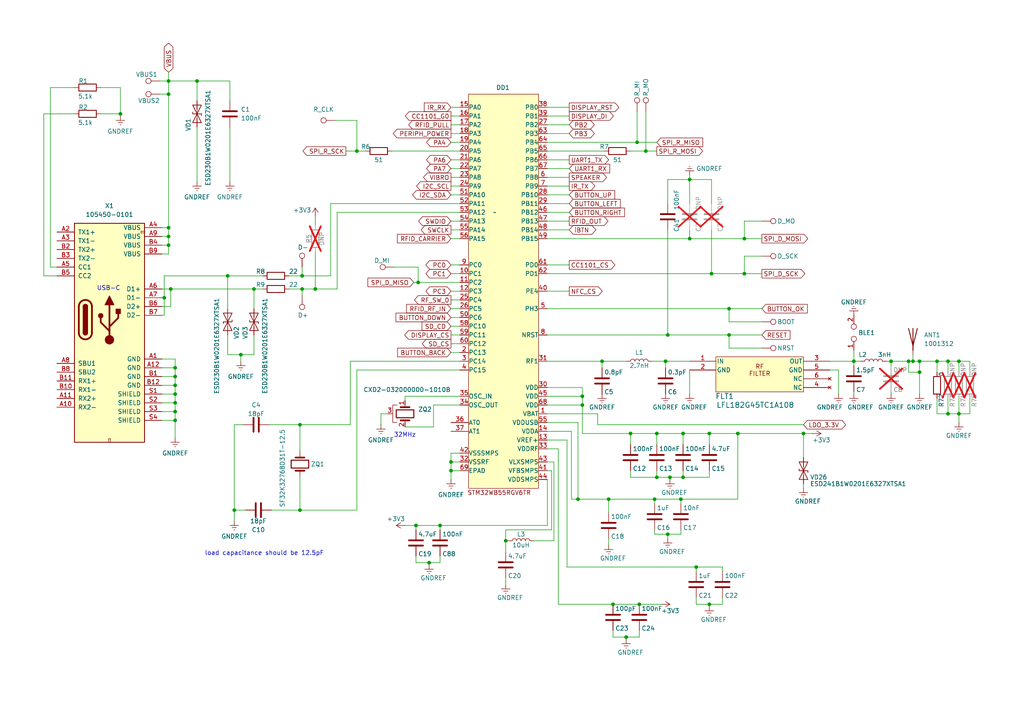
<source format=kicad_sch>
(kicad_sch (version 20230121) (generator eeschema)
  (paper "A4")
  (title_block (title "Flipper Device DIY") (rev "13.F7B9C6") (company "Flipper Devices Inc."))
  (junction (at 200.025 69.215))
  (junction (at 211.455 89.535))
  (junction (at 174.625 104.775))
  (junction (at 213.995 125.73))
  (junction (at 205.74 175.26))
  (junction (at 87.63 83.82))
  (junction (at 185.42 175.26))
  (junction (at 278.13 104.775))
  (junction (at 50.8 116.84))
  (junction (at 67.945 147.955))
  (junction (at 48.895 23.495))
  (junction (at 73.66 83.82))
  (junction (at 48.895 27.305))
  (junction (at 274.955 104.775))
  (junction (at 50.8 109.22))
  (junction (at 50.8 119.38))
  (junction (at 190.5 138.43))
  (junction (at 47.625 86.36))
  (junction (at 190.5 125.73))
  (junction (at 168.91 117.475))
  (junction (at 264.795 104.775))
  (junction (at 193.675 97.155))
  (junction (at 198.12 125.73))
  (junction (at 193.04 104.775))
  (junction (at 189.865 144.78))
  (junction (at 247.65 104.775))
  (junction (at 103.505 43.815))
  (junction (at 176.53 144.78))
  (junction (at 197.485 144.78))
  (junction (at 266.7 107.95))
  (junction (at 215.9 69.215))
  (junction (at 48.895 71.12))
  (junction (at 187.325 43.815))
  (junction (at 168.91 114.935))
  (junction (at 86.995 147.955))
  (junction (at 215.9 79.375))
  (junction (at 258.445 104.775))
  (junction (at 57.15 23.495))
  (junction (at 198.12 138.43))
  (junction (at 130.81 136.525))
  (junction (at 274.955 120.015))
  (junction (at 91.44 83.82))
  (junction (at 66.04 80.01))
  (junction (at 205.74 125.73))
  (junction (at 48.895 66.04))
  (junction (at 181.61 184.785))
  (junction (at 201.93 164.465))
  (junction (at 50.8 121.92))
  (junction (at 194.31 138.43))
  (junction (at 177.8 175.26))
  (junction (at 146.685 156.845))
  (junction (at 167.64 144.78))
  (junction (at 86.995 123.19))
  (junction (at 200.025 52.07))
  (junction (at 130.81 133.985))
  (junction (at 127.635 152.4))
  (junction (at 50.8 111.76))
  (junction (at 278.13 120.015))
  (junction (at 266.7 104.775))
  (junction (at 184.785 41.275))
  (junction (at 69.85 102.87))
  (junction (at 34.925 33.02))
  (junction (at 50.8 114.3))
  (junction (at 121.285 81.915))
  (junction (at 182.88 125.73))
  (junction (at 50.8 106.68))
  (junction (at 206.375 79.375))
  (junction (at 193.675 154.94))
  (junction (at 233.045 125.73))
  (junction (at 124.46 163.195))
  (junction (at 271.78 104.775))
  (junction (at 48.895 68.58))
  (junction (at 263.525 104.775))
  (junction (at 87.63 80.01))
  (junction (at 49.53 83.82))
  (junction (at 211.455 97.155))
  (junction (at 120.65 152.4))
  (wire (pts (xy 95.885 80.01) (xy 95.885 59.055)))
  (wire (pts (xy 184.785 41.275) (xy 190.5 41.275)))
  (wire (pts (xy 211.455 97.155) (xy 193.675 97.155)))
  (wire (pts (xy 206.375 79.375) (xy 215.9 79.375)))
  (wire (pts (xy 278.13 115.57) (xy 278.13 120.015)))
  (wire (pts (xy 201.93 175.26) (xy 205.74 175.26)))
  (wire (pts (xy 266.7 107.95) (xy 266.7 114.3)))
  (wire (pts (xy 243.205 107.315) (xy 243.205 114.3)))
  (wire (pts (xy 73.66 83.82) (xy 76.2 83.82)))
  (wire (pts (xy 66.675 36.83) (xy 66.675 52.705)))
  (wire (pts (xy 50.8 109.22) (xy 50.8 111.76)))
  (wire (pts (xy 57.15 36.83) (xy 57.15 52.705)))
  (wire (pts (xy 97.155 34.925) (xy 103.505 34.925)))
  (wire (pts (xy 200.025 69.215) (xy 215.9 69.215)))
  (wire (pts (xy 69.85 104.775) (xy 69.85 102.87)))
  (wire (pts (xy 177.8 175.26) (xy 185.42 175.26)))
  (wire (pts (xy 158.75 36.195) (xy 165.1 36.195)))
  (wire (pts (xy 184.785 32.385) (xy 184.785 41.275)))
  (wire (pts (xy 187.325 32.385) (xy 187.325 43.815)))
  (wire (pts (xy 95.885 59.055) (xy 133.35 59.055)))
  (wire (pts (xy 50.8 116.84) (xy 50.8 119.38)))
  (wire (pts (xy 120.65 152.4) (xy 127.635 152.4)))
  (wire (pts (xy 205.74 175.26) (xy 209.55 175.26)))
  (wire (pts (xy 97.79 83.82) (xy 91.44 83.82)))
  (wire (pts (xy 130.81 136.525) (xy 133.35 136.525)))
  (wire (pts (xy 158.75 53.975) (xy 165.1 53.975)))
  (wire (pts (xy 258.445 113.665) (xy 258.445 114.3)))
  (wire (pts (xy 146.685 156.845) (xy 146.685 160.02)))
  (wire (pts (xy 193.675 59.055) (xy 193.675 52.07)))
  (wire (pts (xy 194.31 138.43) (xy 198.12 138.43)))
  (wire (pts (xy 158.75 33.655) (xy 165.1 33.655)))
  (wire (pts (xy 182.88 125.73) (xy 190.5 125.73)))
  (wire (pts (xy 14.605 77.47) (xy 16.51 77.47)))
  (wire (pts (xy 206.375 66.675) (xy 206.375 79.375)))
  (wire (pts (xy 158.75 56.515) (xy 165.1 56.515)))
  (wire (pts (xy 247.65 106.045) (xy 247.65 104.775)))
  (wire (pts (xy 274.955 115.57) (xy 274.955 120.015)))
  (wire (pts (xy 158.75 38.735) (xy 165.1 38.735)))
  (wire (pts (xy 103.505 43.815) (xy 106.045 43.815)))
  (wire (pts (xy 46.99 66.04) (xy 48.895 66.04)))
  (wire (pts (xy 167.64 122.555) (xy 167.64 144.78)))
  (wire (pts (xy 198.12 136.525) (xy 198.12 138.43)))
  (wire (pts (xy 130.81 86.995) (xy 133.35 86.995)))
  (wire (pts (xy 220.98 64.135) (xy 215.9 64.135)))
  (wire (pts (xy 182.88 138.43) (xy 190.5 138.43)))
  (wire (pts (xy 158.75 61.595) (xy 165.1 61.595)))
  (wire (pts (xy 67.945 123.19) (xy 67.945 147.955)))
  (wire (pts (xy 29.21 33.02) (xy 34.925 33.02)))
  (wire (pts (xy 127.635 163.195) (xy 127.635 161.29)))
  (wire (pts (xy 211.455 89.535) (xy 220.98 89.535)))
  (wire (pts (xy 48.895 68.58) (xy 48.895 71.12)))
  (wire (pts (xy 21.59 25.4) (xy 14.605 25.4)))
  (wire (pts (xy 247.65 104.775) (xy 240.665 104.775)))
  (wire (pts (xy 103.505 34.925) (xy 103.505 43.815)))
  (wire (pts (xy 34.925 25.4) (xy 34.925 33.02)))
  (wire (pts (xy 158.75 152.4) (xy 127.635 152.4)))
  (wire (pts (xy 168.91 117.475) (xy 158.75 117.475)))
  (wire (pts (xy 205.74 125.73) (xy 213.995 125.73)))
  (wire (pts (xy 146.685 167.64) (xy 146.685 169.545)))
  (wire (pts (xy 66.04 89.535) (xy 66.04 80.01)))
  (wire (pts (xy 73.66 83.82) (xy 49.53 83.82)))
  (wire (pts (xy 264.795 104.775) (xy 266.7 104.775)))
  (wire (pts (xy 247.65 114.3) (xy 247.65 113.665)))
  (wire (pts (xy 193.04 104.775) (xy 193.04 106.68)))
  (wire (pts (xy 271.78 120.015) (xy 274.955 120.015)))
  (wire (pts (xy 274.955 120.015) (xy 278.13 120.015)))
  (wire (pts (xy 158.75 31.115) (xy 165.1 31.115)))
  (wire (pts (xy 113.665 43.815) (xy 133.35 43.815)))
  (wire (pts (xy 110.49 120.015) (xy 110.49 123.19)))
  (wire (pts (xy 130.81 89.535) (xy 133.35 89.535)))
  (wire (pts (xy 182.88 43.815) (xy 187.325 43.815)))
  (wire (pts (xy 46.99 104.14) (xy 50.8 104.14)))
  (wire (pts (xy 177.8 182.88) (xy 177.8 184.785)))
  (wire (pts (xy 49.53 83.82) (xy 46.99 83.82)))
  (wire (pts (xy 21.59 33.02) (xy 12.7 33.02)))
  (wire (pts (xy 130.81 38.735) (xy 133.35 38.735)))
  (wire (pts (xy 164.465 164.465) (xy 201.93 164.465)))
  (wire (pts (xy 205.74 175.26) (xy 205.74 175.895)))
  (wire (pts (xy 73.66 102.87) (xy 69.85 102.87)))
  (wire (pts (xy 101.6 123.19) (xy 86.995 123.19)))
  (wire (pts (xy 130.81 33.655) (xy 133.35 33.655)))
  (wire (pts (xy 46.99 73.66) (xy 48.895 73.66)))
  (wire (pts (xy 193.675 154.94) (xy 189.865 154.94)))
  (wire (pts (xy 200.025 52.07) (xy 206.375 52.07)))
  (wire (pts (xy 200.025 69.215) (xy 158.75 69.215)))
  (wire (pts (xy 46.99 119.38) (xy 50.8 119.38)))
  (wire (pts (xy 264.795 102.87) (xy 264.795 104.775)))
  (wire (pts (xy 50.8 114.3) (xy 50.8 116.84)))
  (wire (pts (xy 200.025 66.675) (xy 200.025 69.215)))
  (wire (pts (xy 158.75 104.775) (xy 174.625 104.775)))
  (wire (pts (xy 213.995 125.73) (xy 233.045 125.73)))
  (wire (pts (xy 193.04 104.775) (xy 200.025 104.775)))
  (wire (pts (xy 50.8 104.14) (xy 50.8 106.68)))
  (wire (pts (xy 130.81 56.515) (xy 133.35 56.515)))
  (wire (pts (xy 47.625 91.44) (xy 46.99 91.44)))
  (wire (pts (xy 46.99 71.12) (xy 48.895 71.12)))
  (wire (pts (xy 133.35 104.775) (xy 101.6 104.775)))
  (wire (pts (xy 161.925 130.175) (xy 161.925 175.26)))
  (wire (pts (xy 271.78 104.775) (xy 274.955 104.775)))
  (wire (pts (xy 158.75 48.895) (xy 165.1 48.895)))
  (wire (pts (xy 133.35 61.595) (xy 97.79 61.595)))
  (wire (pts (xy 101.6 104.775) (xy 101.6 123.19)))
  (wire (pts (xy 176.53 144.78) (xy 189.865 144.78)))
  (wire (pts (xy 73.66 97.155) (xy 73.66 102.87)))
  (wire (pts (xy 201.93 173.355) (xy 201.93 175.26)))
  (wire (pts (xy 158.75 76.835) (xy 165.1 76.835)))
  (wire (pts (xy 47.625 86.36) (xy 47.625 91.44)))
  (wire (pts (xy 67.945 147.955) (xy 71.12 147.955)))
  (wire (pts (xy 271.78 107.95) (xy 271.78 104.775)))
  (wire (pts (xy 66.04 102.87) (xy 69.85 102.87)))
  (wire (pts (xy 121.285 77.47) (xy 121.285 81.915)))
  (wire (pts (xy 205.74 138.43) (xy 205.74 136.525)))
  (wire (pts (xy 185.42 175.26) (xy 191.77 175.26)))
  (wire (pts (xy 194.31 138.43) (xy 194.31 139.065)))
  (wire (pts (xy 198.12 138.43) (xy 205.74 138.43)))
  (wire (pts (xy 91.44 62.865) (xy 91.44 65.405)))
  (wire (pts (xy 66.04 80.01) (xy 76.2 80.01)))
  (wire (pts (xy 103.505 107.315) (xy 103.505 147.955)))
  (wire (pts (xy 91.44 73.025) (xy 91.44 83.82)))
  (wire (pts (xy 66.04 80.01) (xy 47.625 80.01)))
  (wire (pts (xy 130.81 51.435) (xy 133.35 51.435)))
  (wire (pts (xy 158.75 66.675) (xy 165.1 66.675)))
  (wire (pts (xy 165.735 144.78) (xy 167.64 144.78)))
  (wire (pts (xy 130.81 48.895) (xy 133.35 48.895)))
  (wire (pts (xy 47.625 80.01) (xy 47.625 86.36)))
  (wire (pts (xy 187.325 43.815) (xy 190.5 43.815)))
  (wire (pts (xy 215.9 79.375) (xy 220.98 79.375)))
  (wire (pts (xy 220.98 100.965) (xy 211.455 100.965)))
  (wire (pts (xy 158.75 84.455) (xy 165.1 84.455)))
  (wire (pts (xy 67.945 147.955) (xy 67.945 151.13)))
  (wire (pts (xy 48.895 20.955) (xy 48.895 23.495)))
  (wire (pts (xy 158.75 127.635) (xy 164.465 127.635)))
  (wire (pts (xy 87.63 80.01) (xy 95.885 80.01)))
  (wire (pts (xy 112.395 120.015) (xy 110.49 120.015)))
  (wire (pts (xy 14.605 25.4) (xy 14.605 77.47)))
  (wire (pts (xy 160.02 136.525) (xy 160.02 153.67)))
  (wire (pts (xy 258.445 104.775) (xy 257.175 104.775)))
  (wire (pts (xy 86.995 147.955) (xy 86.995 138.43)))
  (wire (pts (xy 160.655 156.845) (xy 160.655 133.985)))
  (wire (pts (xy 174.625 104.775) (xy 174.625 106.68)))
  (wire (pts (xy 146.685 156.845) (xy 147.32 156.845)))
  (wire (pts (xy 48.895 71.12) (xy 48.895 73.66)))
  (wire (pts (xy 120.015 81.915) (xy 121.285 81.915)))
  (wire (pts (xy 176.53 156.21) (xy 176.53 158.115)))
  (wire (pts (xy 211.455 97.155) (xy 220.98 97.155)))
  (wire (pts (xy 201.93 164.465) (xy 209.55 164.465)))
  (wire (pts (xy 130.81 79.375) (xy 133.35 79.375)))
  (wire (pts (xy 190.5 125.73) (xy 198.12 125.73)))
  (wire (pts (xy 12.7 33.02) (xy 12.7 80.01)))
  (wire (pts (xy 48.895 23.495) (xy 48.895 27.305)))
  (wire (pts (xy 130.81 94.615) (xy 133.35 94.615)))
  (wire (pts (xy 78.74 147.955) (xy 86.995 147.955)))
  (wire (pts (xy 274.955 107.95) (xy 274.955 104.775)))
  (wire (pts (xy 146.685 153.67) (xy 146.685 156.845)))
  (wire (pts (xy 130.81 131.445) (xy 130.81 133.985)))
  (wire (pts (xy 189.865 144.78) (xy 189.865 146.05)))
  (wire (pts (xy 133.35 131.445) (xy 130.81 131.445)))
  (wire (pts (xy 154.94 156.845) (xy 160.655 156.845)))
  (wire (pts (xy 130.81 84.455) (xy 133.35 84.455)))
  (wire (pts (xy 198.12 125.73) (xy 198.12 128.905)))
  (wire (pts (xy 274.955 104.775) (xy 278.13 104.775)))
  (wire (pts (xy 209.55 175.26) (xy 209.55 173.355)))
  (wire (pts (xy 117.475 123.825) (xy 125.73 123.825)))
  (wire (pts (xy 117.475 152.4) (xy 120.65 152.4)))
  (wire (pts (xy 197.485 144.78) (xy 213.995 144.78)))
  (wire (pts (xy 130.81 136.525) (xy 130.81 139.065)))
  (wire (pts (xy 173.355 123.19) (xy 233.045 123.19)))
  (wire (pts (xy 158.75 125.095) (xy 165.735 125.095)))
  (wire (pts (xy 167.64 144.78) (xy 176.53 144.78)))
  (wire (pts (xy 12.7 80.01) (xy 16.51 80.01)))
  (wire (pts (xy 46.99 114.3) (xy 50.8 114.3)))
  (wire (pts (xy 158.75 122.555) (xy 167.64 122.555)))
  (wire (pts (xy 213.995 144.78) (xy 213.995 125.73)))
  (wire (pts (xy 197.485 144.78) (xy 197.485 146.05)))
  (wire (pts (xy 91.44 83.82) (xy 87.63 83.82)))
  (wire (pts (xy 278.13 107.95) (xy 278.13 104.775)))
  (wire (pts (xy 174.625 104.775) (xy 181.61 104.775)))
  (wire (pts (xy 87.63 77.47) (xy 87.63 80.01)))
  (wire (pts (xy 193.675 66.675) (xy 193.675 97.155)))
  (wire (pts (xy 46.99 111.76) (xy 50.8 111.76)))
  (wire (pts (xy 130.81 97.155) (xy 133.35 97.155)))
  (wire (pts (xy 130.81 92.075) (xy 133.35 92.075)))
  (wire (pts (xy 87.63 83.82) (xy 87.63 85.725)))
  (wire (pts (xy 130.81 41.275) (xy 133.35 41.275)))
  (wire (pts (xy 197.485 153.67) (xy 197.485 154.94)))
  (wire (pts (xy 197.485 154.94) (xy 193.675 154.94)))
  (wire (pts (xy 205.74 125.73) (xy 205.74 128.905)))
  (wire (pts (xy 66.04 97.155) (xy 66.04 102.87)))
  (wire (pts (xy 215.9 74.295) (xy 215.9 79.375)))
  (wire (pts (xy 158.75 139.065) (xy 158.75 152.4)))
  (wire (pts (xy 281.305 107.95) (xy 281.305 104.775)))
  (wire (pts (xy 46.355 23.495) (xy 48.895 23.495)))
  (wire (pts (xy 46.99 109.22) (xy 50.8 109.22)))
  (wire (pts (xy 168.91 114.935) (xy 168.91 117.475)))
  (wire (pts (xy 168.91 125.73) (xy 182.88 125.73)))
  (wire (pts (xy 83.82 80.01) (xy 87.63 80.01)))
  (wire (pts (xy 87.63 83.82) (xy 83.82 83.82)))
  (wire (pts (xy 193.675 154.94) (xy 193.675 156.21)))
  (wire (pts (xy 190.5 125.73) (xy 190.5 128.905)))
  (wire (pts (xy 57.15 23.495) (xy 57.15 29.21)))
  (wire (pts (xy 130.81 66.675) (xy 133.35 66.675)))
  (wire (pts (xy 215.9 69.215) (xy 220.98 69.215)))
  (wire (pts (xy 133.35 107.315) (xy 103.505 107.315)))
  (wire (pts (xy 247.65 101.6) (xy 247.65 104.775)))
  (wire (pts (xy 46.355 27.305) (xy 48.895 27.305)))
  (wire (pts (xy 220.98 74.295) (xy 215.9 74.295)))
  (wire (pts (xy 158.75 112.395) (xy 168.91 112.395)))
  (wire (pts (xy 182.88 136.525) (xy 182.88 138.43)))
  (wire (pts (xy 266.7 104.775) (xy 271.78 104.775)))
  (wire (pts (xy 200.025 107.315) (xy 200.025 114.3)))
  (wire (pts (xy 258.445 106.045) (xy 258.445 104.775)))
  (wire (pts (xy 181.61 184.785) (xy 185.42 184.785)))
  (wire (pts (xy 97.79 61.595) (xy 97.79 83.82)))
  (wire (pts (xy 158.75 120.015) (xy 173.355 120.015)))
  (wire (pts (xy 29.21 25.4) (xy 34.925 25.4)))
  (wire (pts (xy 50.8 106.68) (xy 50.8 109.22)))
  (wire (pts (xy 189.865 153.67) (xy 189.865 154.94)))
  (wire (pts (xy 48.895 27.305) (xy 48.895 66.04)))
  (wire (pts (xy 211.455 93.345) (xy 211.455 89.535)))
  (wire (pts (xy 66.675 23.495) (xy 57.15 23.495)))
  (wire (pts (xy 158.75 46.355) (xy 165.1 46.355)))
  (wire (pts (xy 233.045 125.73) (xy 235.585 125.73)))
  (wire (pts (xy 46.99 106.68) (xy 50.8 106.68)))
  (wire (pts (xy 189.865 144.78) (xy 197.485 144.78)))
  (wire (pts (xy 67.945 123.19) (xy 70.485 123.19)))
  (wire (pts (xy 50.8 119.38) (xy 50.8 121.92)))
  (wire (pts (xy 158.75 136.525) (xy 160.02 136.525)))
  (wire (pts (xy 200.025 50.8) (xy 200.025 52.07)))
  (wire (pts (xy 130.81 46.355) (xy 133.35 46.355)))
  (wire (pts (xy 78.105 123.19) (xy 86.995 123.19)))
  (wire (pts (xy 158.75 64.135) (xy 165.1 64.135)))
  (wire (pts (xy 120.65 153.67) (xy 120.65 152.4)))
  (wire (pts (xy 198.12 125.73) (xy 205.74 125.73)))
  (wire (pts (xy 130.81 133.985) (xy 130.81 136.525)))
  (wire (pts (xy 158.75 43.815) (xy 175.26 43.815)))
  (wire (pts (xy 263.525 104.775) (xy 264.795 104.775)))
  (wire (pts (xy 181.61 184.785) (xy 181.61 185.42)))
  (wire (pts (xy 127.635 152.4) (xy 127.635 153.67)))
  (wire (pts (xy 193.675 52.07) (xy 200.025 52.07)))
  (wire (pts (xy 278.13 120.015) (xy 281.305 120.015)))
  (wire (pts (xy 281.305 120.015) (xy 281.305 115.57)))
  (wire (pts (xy 73.66 89.535) (xy 73.66 83.82)))
  (wire (pts (xy 176.53 144.78) (xy 176.53 148.59)))
  (wire (pts (xy 130.81 69.215) (xy 133.35 69.215)))
  (wire (pts (xy 114.3 77.47) (xy 121.285 77.47)))
  (wire (pts (xy 50.8 111.76) (xy 50.8 114.3)))
  (wire (pts (xy 48.895 23.495) (xy 57.15 23.495)))
  (wire (pts (xy 130.81 64.135) (xy 133.35 64.135)))
  (wire (pts (xy 220.98 93.345) (xy 211.455 93.345)))
  (wire (pts (xy 124.46 163.195) (xy 127.635 163.195)))
  (wire (pts (xy 233.045 125.73) (xy 233.045 132.715)))
  (wire (pts (xy 158.75 89.535) (xy 211.455 89.535)))
  (wire (pts (xy 130.81 31.115) (xy 133.35 31.115)))
  (wire (pts (xy 117.475 116.205) (xy 117.475 114.935)))
  (wire (pts (xy 130.81 102.235) (xy 133.35 102.235)))
  (wire (pts (xy 168.91 117.475) (xy 168.91 125.73)))
  (wire (pts (xy 278.13 120.015) (xy 278.13 122.555)))
  (wire (pts (xy 124.46 163.195) (xy 124.46 163.83)))
  (wire (pts (xy 125.73 123.825) (xy 125.73 117.475)))
  (wire (pts (xy 281.305 104.775) (xy 278.13 104.775)))
  (wire (pts (xy 117.475 114.935) (xy 133.35 114.935)))
  (wire (pts (xy 190.5 136.525) (xy 190.5 138.43)))
  (wire (pts (xy 209.55 165.735) (xy 209.55 164.465)))
  (wire (pts (xy 120.65 163.195) (xy 124.46 163.195)))
  (wire (pts (xy 201.93 164.465) (xy 201.93 165.735)))
  (wire (pts (xy 46.99 116.84) (xy 50.8 116.84)))
  (wire (pts (xy 130.81 53.975) (xy 133.35 53.975)))
  (wire (pts (xy 49.53 88.9) (xy 49.53 83.82)))
  (wire (pts (xy 271.78 115.57) (xy 271.78 120.015)))
  (wire (pts (xy 120.65 161.29) (xy 120.65 163.195)))
  (wire (pts (xy 160.02 153.67) (xy 146.685 153.67)))
  (wire (pts (xy 46.99 68.58) (xy 48.895 68.58)))
  (wire (pts (xy 211.455 97.155) (xy 211.455 100.965)))
  (wire (pts (xy 66.675 29.21) (xy 66.675 23.495)))
  (wire (pts (xy 240.665 107.315) (xy 243.205 107.315)))
  (wire (pts (xy 168.91 112.395) (xy 168.91 114.935)))
  (wire (pts (xy 158.75 59.055) (xy 165.1 59.055)))
  (wire (pts (xy 130.81 99.695) (xy 133.35 99.695)))
  (wire (pts (xy 165.735 125.095) (xy 165.735 144.78)))
  (wire (pts (xy 130.81 36.195) (xy 133.35 36.195)))
  (wire (pts (xy 34.925 33.02) (xy 34.925 33.655)))
  (wire (pts (xy 130.81 76.835) (xy 133.35 76.835)))
  (wire (pts (xy 46.99 86.36) (xy 47.625 86.36)))
  (wire (pts (xy 100.33 43.815) (xy 103.505 43.815)))
  (wire (pts (xy 161.925 175.26) (xy 177.8 175.26)))
  (wire (pts (xy 190.5 138.43) (xy 194.31 138.43)))
  (wire (pts (xy 177.8 184.785) (xy 181.61 184.785)))
  (wire (pts (xy 130.81 133.985) (xy 133.35 133.985)))
  (wire (pts (xy 233.045 140.335) (xy 233.045 141.605)))
  (wire (pts (xy 182.88 125.73) (xy 182.88 128.905)))
  (wire (pts (xy 158.75 130.175) (xy 161.925 130.175)))
  (wire (pts (xy 185.42 184.785) (xy 185.42 182.88)))
  (wire (pts (xy 189.23 104.775) (xy 193.04 104.775)))
  (wire (pts (xy 48.895 66.04) (xy 48.895 68.58)))
  (wire (pts (xy 173.355 120.015) (xy 173.355 123.19)))
  (wire (pts (xy 263.525 104.775) (xy 263.525 107.95)))
  (wire (pts (xy 46.99 121.92) (xy 50.8 121.92)))
  (wire (pts (xy 46.99 88.9) (xy 49.53 88.9)))
  (wire (pts (xy 193.675 97.155) (xy 158.75 97.155)))
  (wire (pts (xy 103.505 147.955) (xy 86.995 147.955)))
  (wire (pts (xy 158.75 79.375) (xy 206.375 79.375)))
  (wire (pts (xy 125.73 117.475) (xy 133.35 117.475)))
  (wire (pts (xy 158.75 114.935) (xy 168.91 114.935)))
  (wire (pts (xy 86.995 123.19) (xy 86.995 130.81)))
  (wire (pts (xy 266.7 107.95) (xy 266.7 104.775)))
  (wire (pts (xy 158.75 51.435) (xy 165.1 51.435)))
  (wire (pts (xy 164.465 127.635) (xy 164.465 164.465)))
  (wire (pts (xy 206.375 52.07) (xy 206.375 59.055)))
  (wire (pts (xy 247.65 104.775) (xy 249.555 104.775)))
  (wire (pts (xy 263.525 104.775) (xy 258.445 104.775)))
  (wire (pts (xy 158.75 41.275) (xy 184.785 41.275)))
  (wire (pts (xy 215.9 64.135) (xy 215.9 69.215)))
  (wire (pts (xy 50.8 121.92) (xy 50.8 127)))
  (wire (pts (xy 263.525 107.95) (xy 266.7 107.95)))
  (wire (pts (xy 200.025 52.07) (xy 200.025 59.055)))
  (wire (pts (xy 121.285 81.915) (xy 133.35 81.915)))
  (wire (pts (xy 160.655 133.985) (xy 158.75 133.985)))
  (text "load capacitance should be 12.5pF" (at 93.98 161.29 0) (effects (font (size 1.27 1.27)) (justify right bottom)))
  (text "32MHz" (at 120.65 127 0) (effects (font (size 1.27 1.27)) (justify right bottom)))
  (text "USB-C" (at 34.925 84.455 0) (effects (font (size 1.27 1.27)) (justify right bottom)))
  (global_label "RFID_OUT" (shape output) (at 165.1 64.135 0) (property "Intersheetrefs" "${INTERSHEET_REFS}" (effects hide)))
  (global_label "PA7" (shape bidirectional) (at 130.81 48.895 180) (property "Intersheetrefs" "${INTERSHEET_REFS}" (effects hide)))
  (global_label "NFC_CS" (shape output) (at 165.1 84.455 0) (property "Intersheetrefs" "${INTERSHEET_REFS}" (effects hide)))
  (global_label "PERIPH_POWER" (shape output) (at 130.81 38.735 180) (property "Intersheetrefs" "${INTERSHEET_REFS}" (effects hide)))
  (global_label "PB2" (shape bidirectional) (at 165.1 36.195 0) (property "Intersheetrefs" "${INTERSHEET_REFS}" (effects hide)))
  (global_label "iBTN" (shape bidirectional) (at 165.1 66.675 0) (property "Intersheetrefs" "${INTERSHEET_REFS}" (effects hide)))
  (global_label "SPI_D_SCK" (shape output) (at 220.98 79.375 0) (property "Intersheetrefs" "${INTERSHEET_REFS}" (effects hide)))
  (global_label "SPI_R_MOSI" (shape output) (at 190.5 43.815 0) (property "Intersheetrefs" "${INTERSHEET_REFS}" (effects hide)))
  (global_label "SWDIO" (shape bidirectional) (at 130.81 64.135 180) (property "Intersheetrefs" "${INTERSHEET_REFS}" (effects hide)))
  (global_label "SD_CS" (shape output) (at 130.81 99.695 180) (property "Intersheetrefs" "${INTERSHEET_REFS}" (effects hide)))
  (global_label "RFID_CARRIER" (shape input) (at 130.81 69.215 180) (property "Intersheetrefs" "${INTERSHEET_REFS}" (effects hide)))
  (global_label "PA6" (shape bidirectional) (at 130.81 46.355 180) (property "Intersheetrefs" "${INTERSHEET_REFS}" (effects hide)))
  (global_label "LDO_3.3V" (shape bidirectional) (at 233.045 123.19 0) (property "Intersheetrefs" "${INTERSHEET_REFS}" (effects hide)))
  (global_label "BUTTON_BACK" (shape input) (at 130.81 102.235 180) (property "Intersheetrefs" "${INTERSHEET_REFS}" (effects hide)))
  (global_label "SD_CD" (shape input) (at 130.81 94.615 180) (property "Intersheetrefs" "${INTERSHEET_REFS}" (effects hide)))
  (global_label "CC1101_G0" (shape output) (at 130.81 33.655 180) (property "Intersheetrefs" "${INTERSHEET_REFS}" (effects hide)))
  (global_label "I2C_SDA" (shape bidirectional) (at 130.81 56.515 180) (property "Intersheetrefs" "${INTERSHEET_REFS}" (effects hide)))
  (global_label "PC0" (shape bidirectional) (at 130.81 76.835 180) (property "Intersheetrefs" "${INTERSHEET_REFS}" (effects hide)))
  (global_label "SWCLK" (shape output) (at 130.81 66.675 180) (property "Intersheetrefs" "${INTERSHEET_REFS}" (effects hide)))
  (global_label "RF_SW_0" (shape output) (at 130.81 86.995 180) (property "Intersheetrefs" "${INTERSHEET_REFS}" (effects hide)))
  (global_label "SPI_D_MOSI" (shape output) (at 220.98 69.215 0) (property "Intersheetrefs" "${INTERSHEET_REFS}" (effects hide)))
  (global_label "PB3" (shape bidirectional) (at 165.1 38.735 0) (property "Intersheetrefs" "${INTERSHEET_REFS}" (effects hide)))
  (global_label "PC3" (shape bidirectional) (at 130.81 84.455 180) (property "Intersheetrefs" "${INTERSHEET_REFS}" (effects hide)))
  (global_label "SPI_R_MISO" (shape input) (at 190.5 41.275 0) (property "Intersheetrefs" "${INTERSHEET_REFS}" (effects hide)))
  (global_label "UART1_TX" (shape output) (at 165.1 46.355 0) (property "Intersheetrefs" "${INTERSHEET_REFS}" (effects hide)))
  (global_label "BUTTON_RIGHT" (shape input) (at 165.1 61.595 0) (property "Intersheetrefs" "${INTERSHEET_REFS}" (effects hide)))
  (global_label "SPEAKER" (shape output) (at 165.1 51.435 0) (property "Intersheetrefs" "${INTERSHEET_REFS}" (effects hide)))
  (global_label "BUTTON_LEFT" (shape input) (at 165.1 59.055 0) (property "Intersheetrefs" "${INTERSHEET_REFS}" (effects hide)))
  (global_label "BUTTON_UP" (shape input) (at 165.1 56.515 0) (property "Intersheetrefs" "${INTERSHEET_REFS}" (effects hide)))
  (global_label "IR_RX" (shape input) (at 130.81 31.115 180) (property "Intersheetrefs" "${INTERSHEET_REFS}" (effects hide)))
  (global_label "I2C_SCL" (shape output) (at 130.81 53.975 180) (property "Intersheetrefs" "${INTERSHEET_REFS}" (effects hide)))
  (global_label "SPI_D_MISO" (shape input) (at 120.015 81.915 180) (property "Intersheetrefs" "${INTERSHEET_REFS}" (effects hide)))
  (global_label "RFID_PULL" (shape output) (at 130.81 36.195 180) (property "Intersheetrefs" "${INTERSHEET_REFS}" (effects hide)))
  (global_label "UART1_RX" (shape input) (at 165.1 48.895 0) (property "Intersheetrefs" "${INTERSHEET_REFS}" (effects hide)))
  (global_label "RFID_RF_IN" (shape input) (at 130.81 89.535 180) (property "Intersheetrefs" "${INTERSHEET_REFS}" (effects hide)))
  (global_label "DISPLAY_DI" (shape output) (at 165.1 33.655 0) (property "Intersheetrefs" "${INTERSHEET_REFS}" (effects hide)))
  (global_label "PA4" (shape bidirectional) (at 130.81 41.275 180) (property "Intersheetrefs" "${INTERSHEET_REFS}" (effects hide)))
  (global_label "BUTTON_DOWN" (shape input) (at 130.81 92.075 180) (property "Intersheetrefs" "${INTERSHEET_REFS}" (effects hide)))
  (global_label "CC1101_CS" (shape output) (at 165.1 76.835 0) (property "Intersheetrefs" "${INTERSHEET_REFS}" (effects hide)))
  (global_label "DISPLAY_RST" (shape output) (at 165.1 31.115 0) (property "Intersheetrefs" "${INTERSHEET_REFS}" (effects hide)))
  (global_label "SPI_R_SCK" (shape output) (at 100.33 43.815 180) (property "Intersheetrefs" "${INTERSHEET_REFS}" (effects hide)))
  (global_label "PC1" (shape bidirectional) (at 130.81 79.375 180) (property "Intersheetrefs" "${INTERSHEET_REFS}" (effects hide)))
  (global_label "RESET" (shape input) (at 220.98 97.155 0) (property "Intersheetrefs" "${INTERSHEET_REFS}" (effects hide)))
  (global_label "IR_TX" (shape output) (at 165.1 53.975 0) (property "Intersheetrefs" "${INTERSHEET_REFS}" (effects hide)))
  (global_label "BUTTON_OK" (shape input) (at 220.98 89.535 0) (property "Intersheetrefs" "${INTERSHEET_REFS}" (effects hide)))
  (global_label "VIBRO" (shape output) (at 130.81 51.435 180) (property "Intersheetrefs" "${INTERSHEET_REFS}" (effects hide)))
  (global_label "VBUS" (shape bidirectional) (at 48.895 20.955 90) (property "Intersheetrefs" "${INTERSHEET_REFS}" (effects hide)))
  (global_label "DISPLAY_CS" (shape output) (at 130.81 97.155 180) (property "Intersheetrefs" "${INTERSHEET_REFS}" (effects hide)))
  (symbol (lib_id "Connector:TestPoint") (at 184.785 32.385 0) (unit 1)
    (property "Reference" "TP46" (effects hide))
    (property "Value" "R_MI" (at 184.785 27.94 90) (effects (justify left)))
    (property "Footprint" "TestPoint:TestPoint_Pad_1.0x1.0mm" (effects hide))
  )
  (symbol (lib_id "Device:L") (at 185.42 104.775 90) (unit 1)
    (property "Reference" "L1" (at 185.42 102.235 90))
    (property "Value" "2.7nH" (at 185.42 106.045 90))
    (property "Footprint" "Inductor_SMD:L_0402_1005Metric" (effects hide))
  )
  (symbol (lib_id "power:GNDREF") (at 193.675 156.21 0) (unit 1)
    (property "Reference" "#PWR072" (effects hide))
    (property "Value" "GNDREF" (at 194.945 160.02 0))
  )
  (symbol (lib_id "power:+3V3") (at 91.44 62.865 0) (unit 1)
    (property "Reference" "#PWR010" (effects hide))
    (property "Value" "+3V3" (at 87.63 60.96 0))
    (instances (project "Flipper_Zero_DIY" (path "" (reference "#PWR010") (unit 1)) (path "" (reference "#PWR055") (unit 1))))
  )
  (symbol (lib_id "power:GNDREF") (at 181.61 185.42 0) (unit 1)
    (property "Reference" "#PWR075" (effects hide))
    (property "Value" "GNDREF" (at 182.88 189.23 0))
  )
  (symbol (lib_id "power:+3V3") (at 235.585 125.73 270) (unit 1)
    (property "Reference" "#PWR070" (effects hide))
    (property "Value" "+3V3" (at 235.585 127.635 90) (effects (justify left)))
  )
  (symbol (lib_id "Device:R") (at 25.4 25.4 90) (unit 1)
    (property "Reference" "R1" (at 24.13 23.495 90))
    (property "Value" "5.1k" (at 24.765 27.94 90))
    (property "Footprint" "Resistor_SMD:R_0402_1005Metric" (effects hide))
  )
  (symbol (lib_id "Device:R") (at 278.13 111.76 0) (unit 1) (dnp yes)
    (property "Reference" "R74" (at 279.4 118.11 90) (effects (justify left)))
    (property "Value" "DNP" (at 279.4 109.22 90) (effects (justify left)))
    (property "Footprint" "Resistor_SMD:R_0402_1005Metric" (effects hide))
  )
  (symbol (lib_id "power:GNDREF") (at 66.675 52.705 0) (unit 1)
    (property "Reference" "#PWR053" (effects hide))
    (property "Value" "GNDREF" (at 66.675 57.15 0))
  )
  (symbol (lib_id "Connector:TestPoint") (at 46.355 27.305 90) (unit 1)
    (property "Reference" "TP42" (effects hide))
    (property "Value" "VBUS2" (at 43.18 29.21 90))
    (property "Footprint" "TestPoint:TestPoint_Pad_1.0x1.0mm" (effects hide))
  )
  (symbol (lib_id "Connector:TestPoint") (at 220.98 100.965 270) (unit 1)
    (property "Reference" "TP51" (effects hide))
    (property "Value" "NRST" (at 225.425 100.965 90) (effects (justify left)))
    (property "Footprint" "TestPoint:TestPoint_Pad_1.0x1.0mm" (effects hide))
  )
  (symbol (lib_id "Device:Crystal_GND3") (at 117.475 120.015 270) (unit 1)
    (property "Reference" "ZQ2" (at 121.285 118.745 90) (effects (justify left)))
    (property "Value" "CXD2-032000000-1010B" (at 105.41 113.03 90) (effects (justify left)))
    (property "Footprint" "Crystal:Crystal_SMD_2520-4Pin_2.5x2.0mm" (effects hide))
    (property "description" "Crystals 32MHz" (effects hide))
  )
  (symbol (lib_id "Device:C") (at 247.65 109.855 0) (unit 1)
    (property "Reference" "C7" (at 248.285 113.03 0) (effects (justify left)))
    (property "Value" "1.5pF" (at 248.285 107.315 0) (effects (justify left)))
    (property "Footprint" "Capacitor_SMD:C_0201_0603Metric" (effects hide))
  )
  (symbol (lib_id "Connector:TestPoint") (at 97.155 34.925 90) (unit 1)
    (property "Reference" "TP40" (effects hide))
    (property "Value" "R_CLK" (at 93.853 31.75 90))
    (property "Footprint" "TestPoint:TestPoint_Pad_1.0x1.0mm" (effects hide))
  )
  (symbol (lib_id "power:GNDREF") (at 247.65 114.3 0) (unit 1)
    (property "Reference" "#PWR065" (effects hide))
    (property "Value" "GNDREF" (at 249.555 118.11 0))
  )
  (symbol (lib_id "Connector:TestPoint") (at 46.355 23.495 90) (unit 1)
    (property "Reference" "TP41" (effects hide))
    (property "Value" "VBUS1" (at 42.545 21.59 90))
    (property "Footprint" "TestPoint:TestPoint_Pad_1.0x1.0mm" (effects hide))
  )
  (symbol (lib_id "Device:C") (at 120.65 157.48 0) (unit 1)
    (property "Reference" "C19" (at 121.285 160.655 0) (effects (justify left)))
    (property "Value" "4.7uF" (at 121.285 154.94 0) (effects (justify left)))
    (property "Footprint" "Capacitor_SMD:C_0402_1005Metric" (effects hide))
  )
  (symbol (lib_id "Device:R") (at 271.78 111.76 0) (unit 1)
    (property "Reference" "R72" (at 273.05 118.11 90) (effects (justify left)))
    (property "Value" "0" (at 273.05 109.22 90) (effects (justify left)))
    (property "Footprint" "Resistor_SMD:R_0402_1005Metric" (effects hide))
  )
  (symbol (lib_id "Device:C") (at 200.025 62.865 0) (unit 1) (dnp yes)
    (property "Reference" "C2" (at 202.565 67.31 90) (effects (justify left)))
    (property "Value" "DNP" (at 202.565 60.96 90) (effects (justify left)))
    (property "Footprint" "Capacitor_SMD:C_0402_1005Metric" (effects hide))
  )
  (symbol (lib_id "power:GNDREF") (at 200.025 50.8 180) (unit 1)
    (property "Reference" "#PWR059" (effects hide))
    (property "Value" "GNDREF" (at 205.74 48.895 0))
  )
  (symbol (lib_id "Device:C") (at 74.295 123.19 90) (unit 1)
    (property "Reference" "C4" (at 74.295 117.475 90))
    (property "Value" "18pF" (at 74.295 120.015 90))
    (property "Footprint" "Capacitor_SMD:C_0402_1005Metric" (effects hide))
  )
  (symbol (lib_id "Connector:TestPoint_2Pole") (at 247.65 96.52 90) (unit 1)
    (property "Reference" "TP52" (effects hide))
    (property "Value" "BLE1" (at 248.92 96.52 90) (effects (justify right)))
    (property "Footprint" "footprints:2_TEST_PIN_1.35mm_pitch" (effects hide))
    (property "description" "Testpoint Signal-Ground, Pitch 1.35mm" (effects hide))
  )
  (symbol (lib_id "Device:R") (at 80.01 80.01 90) (unit 1)
    (property "Reference" "R8" (at 75.565 78.74 90))
    (property "Value" "22" (at 85.09 78.74 90))
    (property "Footprint" "Resistor_SMD:R_0402_1005Metric" (effects hide))
  )
  (symbol (lib_id "Device:L") (at 151.13 156.845 90) (unit 1)
    (property "Reference" "L3" (at 151.13 154.94 90))
    (property "Value" "10uH" (at 151.13 158.115 90))
    (property "Footprint" "Inductor_SMD:L_0805_2012Metric" (effects hide))
  )
  (symbol (lib_id "Device:C") (at 198.12 132.715 0) (unit 1)
    (property "Reference" "C14" (at 198.755 135.89 0) (effects (justify left)))
    (property "Value" "100nF" (at 198.755 130.175 0) (effects (justify left)))
    (property "Footprint" "Capacitor_SMD:C_0402_1005Metric" (effects hide))
  )
  (symbol (lib_id "power:GNDREF") (at 110.49 123.19 0) (unit 1)
    (property "Reference" "#PWR057" (effects hide))
    (property "Value" "GNDREF" (at 110.49 127.635 0))
  )
  (symbol (lib_id "Device:C") (at 193.675 62.865 0) (unit 1)
    (property "Reference" "C41" (at 196.215 67.31 90) (effects (justify left)))
    (property "Value" "100nF" (at 196.215 60.96 90) (effects (justify left)))
    (property "Footprint" "Capacitor_SMD:C_0402_1005Metric" (effects hide))
  )
  (symbol (lib_id "Device:C") (at 174.625 110.49 0) (unit 1)
    (property "Reference" "C5" (at 175.26 113.665 0) (effects (justify left)))
    (property "Value" "0.8pF" (at 175.26 107.95 0) (effects (justify left)))
    (property "Footprint" "Capacitor_SMD:C_0402_1005Metric" (effects hide))
  )
  (symbol (lib_id "Connector:TestPoint") (at 187.325 32.385 0) (unit 1)
    (property "Reference" "TP47" (effects hide))
    (property "Value" "R_MO" (at 187.325 27.94 90) (effects (justify left)))
    (property "Footprint" "TestPoint:TestPoint_Pad_1.0x1.0mm" (effects hide))
  )
  (symbol (lib_id "power:GNDREF") (at 233.045 141.605 0) (unit 1)
    (property "Reference" "#PWR069" (effects hide))
    (property "Value" "GNDREF" (at 234.315 145.415 0))
  )
  (symbol (lib_id "Connector:USB_C_Plug") (at 31.75 92.71 0) (unit 1)
    (property "Reference" "X1" (at 31.75 59.69 0))
    (property "Value" "105450-0101" (at 31.75 62.23 0))
    (property "Footprint" "footprints:CONN_105450-0101_MOL" (effects hide))
    (property "Datasheet" "https://www.usb.org/sites/default/files/documents/usb_type-c.zip" (effects hide))
  )
  (symbol (lib_id "Device:R") (at 91.44 69.215 180) (unit 1) (dnp yes)
    (property "Reference" "R5" (at 89.535 69.215 90))
    (property "Value" "DNP" (at 93.345 69.215 90))
    (property "Footprint" "Resistor_SMD:R_0402_1005Metric" (effects hide))
  )
  (symbol (lib_id "Device:C") (at 197.485 149.86 0) (unit 1)
    (property "Reference" "C17" (at 198.12 153.035 0) (effects (justify left)))
    (property "Value" "10nF" (at 198.12 147.32 0) (effects (justify left)))
    (property "Footprint" "Capacitor_SMD:C_0402_1005Metric" (effects hide))
  )
  (symbol (lib_id "Device:C") (at 127.635 157.48 0) (unit 1)
    (property "Reference" "C88" (at 128.27 160.655 0) (effects (justify left)))
    (property "Value" "100nF" (at 128.27 154.94 0) (effects (justify left)))
    (property "Footprint" "Capacitor_SMD:C_0402_1005Metric" (effects hide))
  )
  (symbol (lib_id "Flipper_Zero_Lib:STM32WB55RGV6TR") (at 146.05 61.595 0) (unit 1)
    (property "Reference" "DD1" (at 145.8735 25.4 0))
    (property "Value" "~" (at 143.51 61.595 0))
    (property "Footprint" "footprints:STM32WB55RGV6TR" (effects hide))
  )
  (symbol (lib_id "Connector:TestPoint") (at 87.63 85.725 180) (unit 1)
    (property "Reference" "TP44" (effects hide))
    (property "Value" "D+" (at 86.36 91.44 0) (effects (justify right)))
    (property "Footprint" "TestPoint:TestPoint_Pad_1.0x1.0mm" (effects hide))
  )
  (symbol (lib_id "Connector:TestPoint") (at 114.3 77.47 90) (unit 1)
    (property "Reference" "TP45" (effects hide))
    (property "Value" "D_MI" (at 113.03 75.565 90) (effects (justify left)))
    (property "Footprint" "TestPoint:TestPoint_Pad_1.0x1.0mm" (effects hide))
  )
  (symbol (lib_id "power:GNDREF") (at 174.625 114.3 0) (unit 1)
    (property "Reference" "#PWR060" (effects hide))
    (property "Value" "GNDREF" (at 174.625 118.11 0))
  )
  (symbol (lib_id "power:GNDREF") (at 266.7 114.3 0) (unit 1)
    (property "Reference" "#PWR067" (effects hide))
    (property "Value" "GNDREF" (at 266.7 118.11 0))
  )
  (symbol (lib_id "Device:C") (at 182.88 132.715 0) (unit 1)
    (property "Reference" "C12" (at 183.515 135.89 0) (effects (justify left)))
    (property "Value" "100nF" (at 183.515 130.175 0) (effects (justify left)))
    (property "Footprint" "Capacitor_SMD:C_0402_1005Metric" (effects hide))
  )
  (symbol (lib_id "Device:C") (at 209.55 169.545 0) (unit 1)
    (property "Reference" "C22" (at 210.185 172.72 0) (effects (justify left)))
    (property "Value" "100nF" (at 210.185 167.005 0) (effects (justify left)))
    (property "Footprint" "Capacitor_SMD:C_0402_1005Metric" (effects hide))
  )
  (symbol (lib_id "Device:C") (at 185.42 179.07 0) (unit 1)
    (property "Reference" "C24" (at 186.055 182.245 0) (effects (justify left)))
    (property "Value" "100nF" (at 186.055 176.53 0) (effects (justify left)))
    (property "Footprint" "Capacitor_SMD:C_0402_1005Metric" (effects hide))
  )
  (symbol (lib_id "Device:C") (at 176.53 152.4 0) (unit 1)
    (property "Reference" "C18" (at 177.165 155.575 0) (effects (justify left)))
    (property "Value" "100nF" (at 177.165 149.86 0) (effects (justify left)))
    (property "Footprint" "Capacitor_SMD:C_0402_1005Metric" (effects hide))
  )
  (symbol (lib_id "Device:C") (at 206.375 62.865 0) (unit 1) (dnp yes)
    (property "Reference" "C3" (at 208.915 67.31 90) (effects (justify left)))
    (property "Value" "DNP" (at 208.915 60.96 90) (effects (justify left)))
    (property "Footprint" "Capacitor_SMD:C_0402_1005Metric" (effects hide))
  )
  (symbol (lib_id "Diode:ESD9B5.0ST5G") (at 66.04 93.345 270) (mirror x) (unit 1)
    (property "Reference" "VD2" (at 68.58 94.615 0) (effects (justify right)))
    (property "Value" "ESD230B1W0201E6327XTSA1" (at 62.865 86.36 0) (effects (justify right)))
    (property "Footprint" "Diode_SMD:D_SOD-923" (effects hide))
    (property "Datasheet" "https://www.onsemi.com/pub/Collateral/ESD9B-D.PDF" (effects hide))
  )
  (symbol (lib_id "power:GNDREF") (at 57.15 52.705 0) (unit 1)
    (property "Reference" "#PWR052" (effects hide))
    (property "Value" "GNDREF" (at 57.15 57.15 0))
  )
  (symbol (lib_id "power:+3V3") (at 191.77 175.26 270) (unit 1)
    (property "Reference" "#PWR077" (effects hide))
    (property "Value" "+3V3" (at 191.77 177.165 90) (effects (justify left)))
  )
  (symbol (lib_id "Connector:TestPoint") (at 220.98 64.135 270) (unit 1)
    (property "Reference" "TP48" (effects hide))
    (property "Value" "D_MO" (at 225.425 64.135 90) (effects (justify left)))
    (property "Footprint" "TestPoint:TestPoint_Pad_1.0x1.0mm" (effects hide))
  )
  (symbol (lib_id "power:GNDREF") (at 205.74 175.895 0) (unit 1)
    (property "Reference" "#PWR074" (effects hide))
    (property "Value" "GNDREF" (at 207.01 179.705 0))
  )
  (symbol (lib_id "Device:Antenna") (at 264.795 97.79 0) (unit 1)
    (property "Reference" "ANT1" (at 267.97 97.155 0) (effects (justify left)))
    (property "Value" "1001312" (at 267.97 99.695 0) (effects (justify left)))
    (property "Footprint" "footprints:ANT_1001312_AVX" (effects hide))
  )
  (symbol (lib_id "power:GNDREF") (at 247.65 91.44 180) (unit 1)
    (property "Reference" "#PWR064" (effects hide))
    (property "Value" "GNDREF" (at 247.65 87.63 0))
  )
  (symbol (lib_id "power:GNDREF") (at 176.53 158.115 0) (unit 1)
    (property "Reference" "#PWR073" (effects hide))
    (property "Value" "GNDREF" (at 177.8 161.925 0))
  )
  (symbol (lib_id "power:GNDREF") (at 258.445 114.3 0) (unit 1)
    (property "Reference" "#PWR066" (effects hide))
    (property "Value" "GNDREF" (at 258.445 118.11 0))
  )
  (symbol (lib_id "Device:C") (at 201.93 169.545 0) (unit 1)
    (property "Reference" "C21" (at 202.565 172.72 0) (effects (justify left)))
    (property "Value" "1uF" (at 202.565 167.005 0) (effects (justify left)))
    (property "Footprint" "Capacitor_SMD:C_0402_1005Metric" (effects hide))
  )
  (symbol (lib_id "power:GNDREF") (at 200.025 114.3 0) (unit 1)
    (property "Reference" "#PWR062" (effects hide))
    (property "Value" "GNDREF" (at 201.295 118.11 0))
  )
  (symbol (lib_id "power:GNDREF") (at 34.925 33.655 0) (unit 1)
    (property "Reference" "#PWR050" (effects hide))
    (property "Value" "GNDREF" (at 34.925 38.1 0))
  )
  (symbol (lib_id "power:+3V3") (at 117.475 152.4 90) (unit 1)
    (property "Reference" "#PWR078" (effects hide))
    (property "Value" "+3V3" (at 117.475 150.495 90) (effects (justify left)))
  )
  (symbol (lib_id "Device:C") (at 190.5 132.715 0) (unit 1)
    (property "Reference" "C13" (at 191.135 135.89 0) (effects (justify left)))
    (property "Value" "100nF" (at 191.135 130.175 0) (effects (justify left)))
    (property "Footprint" "Capacitor_SMD:C_0402_1005Metric" (effects hide))
  )
  (symbol (lib_id "power:GNDREF") (at 243.205 114.3 0) (unit 1)
    (property "Reference" "#PWR063" (effects hide))
    (property "Value" "GNDREF" (at 240.665 118.11 0))
  )
  (symbol (lib_id "Device:R") (at 25.4 33.02 90) (unit 1)
    (property "Reference" "R2" (at 24.13 31.115 90))
    (property "Value" "5.1k" (at 24.765 35.56 90))
    (property "Footprint" "Resistor_SMD:R_0402_1005Metric" (effects hide))
  )
  (symbol (lib_id "Device:C") (at 258.445 109.855 0) (unit 1) (dnp yes)
    (property "Reference" "C8" (at 259.08 113.03 0) (effects (justify left)))
    (property "Value" "DNP" (at 259.08 107.315 0) (effects (justify left)))
    (property "Footprint" "Capacitor_SMD:C_0201_0603Metric" (effects hide))
  )
  (symbol (lib_id "Device:L") (at 253.365 104.775 90) (unit 1)
    (property "Reference" "L2" (at 250.19 102.87 90))
    (property "Value" "3nH" (at 256.54 102.87 90))
    (property "Footprint" "Inductor_SMD:L_0402_1005Metric" (effects hide))
  )
  (symbol (lib_id "Connector:TestPoint") (at 87.63 77.47 0) (unit 1)
    (property "Reference" "TP43" (effects hide))
    (property "Value" "D-" (at 86.36 71.755 0) (effects (justify left)))
    (property "Footprint" "TestPoint:TestPoint_Pad_1.0x1.0mm" (effects hide))
  )
  (symbol (lib_id "power:GNDREF") (at 278.13 122.555 0) (unit 1)
    (property "Reference" "#PWR068" (effects hide))
    (property "Value" "GNDREF" (at 278.13 126.365 0))
  )
  (symbol (lib_id "power:GNDREF") (at 50.8 127 0) (unit 1)
    (property "Reference" "#PWR051" (effects hide))
    (property "Value" "GNDREF" (at 50.8 131.445 0))
  )
  (symbol (lib_id "power:GNDREF") (at 130.81 139.065 0) (unit 1)
    (property "Reference" "#PWR058" (effects hide))
    (property "Value" "GNDREF" (at 130.81 143.51 0))
  )
  (symbol (lib_id "LFL182G45TC1A108:LFL182G45TC1A108") (at 200.025 104.775 0) (unit 1)
    (property "Reference" "FLT1" (at 210.185 114.935 0) (effects (font (size 1.524 1.524))))
    (property "Value" "LFL182G45TC1A108" (at 219.075 117.475 0) (effects (font (size 1.524 1.524))))
    (property "Footprint" "footprints:LFL182G45TC1A108" (effects hide))
    (property "Datasheet" "LFL182G45TC1A108" (effects hide))
  )
  (symbol (lib_id "Device:Crystal") (at 86.995 134.62 90) (unit 1)
    (property "Reference" "ZQ1" (at 90.17 134.62 90) (effects (justify right)))
    (property "Value" "SF32K32768D31T-12.5" (at 81.915 124.46 0) (effects (justify right)))
    (property "Footprint" "Crystal:Crystal_SMD_3215-2Pin_3.2x1.5mm" (effects hide))
    (property "description" "±20ppm, 12.5pF, ESR 70kOhm" (effects hide))
  )
  (symbol (lib_id "Connector:TestPoint") (at 220.98 74.295 270) (unit 1)
    (property "Reference" "TP49" (effects hide))
    (property "Value" "D_SCK" (at 225.425 74.295 90) (effects (justify left)))
    (property "Footprint" "TestPoint:TestPoint_Pad_1.0x1.0mm" (effects hide))
  )
  (symbol (lib_id "Device:C") (at 205.74 132.715 0) (unit 1)
    (property "Reference" "C15" (at 206.375 135.89 0) (effects (justify left)))
    (property "Value" "4.7uF" (at 206.375 130.175 0) (effects (justify left)))
    (property "Footprint" "Capacitor_SMD:C_0402_1005Metric" (effects hide))
  )
  (symbol (lib_id "Connector:TestPoint") (at 220.98 93.345 270) (unit 1)
    (property "Reference" "TP50" (effects hide))
    (property "Value" "BOOT" (at 225.425 93.345 90) (effects (justify left)))
    (property "Footprint" "TestPoint:TestPoint_Pad_1.0x1.0mm" (effects hide))
  )
  (symbol (lib_id "Device:R") (at 80.01 83.82 90) (unit 1)
    (property "Reference" "R9" (at 75.565 82.55 90))
    (property "Value" "22" (at 85.09 82.55 90))
    (property "Footprint" "Resistor_SMD:R_0402_1005Metric" (effects hide))
  )
  (symbol (lib_id "Device:C") (at 189.865 149.86 0) (unit 1)
    (property "Reference" "C16" (at 190.5 153.035 0) (effects (justify left)))
    (property "Value" "1uF" (at 190.5 147.32 0) (effects (justify left)))
    (property "Footprint" "Capacitor_SMD:C_0402_1005Metric" (effects hide))
  )
  (symbol (lib_id "Device:R") (at 274.955 111.76 0) (unit 1) (dnp yes)
    (property "Reference" "R73" (at 276.225 118.11 90) (effects (justify left)))
    (property "Value" "DNP" (at 276.225 109.22 90) (effects (justify left)))
    (property "Footprint" "Resistor_SMD:R_0402_1005Metric" (effects hide))
  )
  (symbol (lib_id "Diode:ESD9B5.0ST5G") (at 57.15 33.02 90) (unit 1)
    (property "Reference" "VD1" (at 54.61 34.29 0) (effects (justify right)))
    (property "Value" "ESD230B1W0201E6327XTSA1" (at 60.325 26.035 0) (effects (justify right)))
    (property "Footprint" "Diode_SMD:D_SOD-923" (effects hide))
    (property "Datasheet" "https://www.onsemi.com/pub/Collateral/ESD9B-D.PDF" (effects hide))
  )
  (symbol (lib_id "Diode:ESD9B5.0ST5G") (at 73.66 93.345 90) (unit 1)
    (property "Reference" "VD3" (at 71.12 94.615 0) (effects (justify right)))
    (property "Value" "ESD230B1W0201E6327XTSA1" (at 76.835 86.36 0) (effects (justify right)))
    (property "Footprint" "Diode_SMD:D_SOD-923" (effects hide))
    (property "Datasheet" "https://www.onsemi.com/pub/Collateral/ESD9B-D.PDF" (effects hide))
  )
  (symbol (lib_id "Diode:ESD9B5.0ST5G") (at 233.045 136.525 90) (unit 1)
    (property "Reference" "VD26" (at 234.95 138.43 90) (effects (justify right)))
    (property "Value" "ESD241B1W0201E6327XTSA1" (at 234.95 140.335 90) (effects (justify right)))
    (property "Footprint" "Diode_SMD:D_SOD-923" (effects hide))
    (property "Datasheet" "https://www.onsemi.com/pub/Collateral/ESD9B-D.PDF" (effects hide))
  )
  (symbol (lib_id "Device:C") (at 74.93 147.955 90) (mirror x) (unit 1)
    (property "Reference" "C10" (at 74.93 153.67 90))
    (property "Value" "18pF" (at 74.93 151.13 90))
    (property "Footprint" "Capacitor_SMD:C_0402_1005Metric" (effects hide))
  )
  (symbol (lib_id "Device:R") (at 109.855 43.815 90) (unit 1)
    (property "Reference" "R6" (at 106.045 42.545 90))
    (property "Value" "51" (at 109.855 46.355 90))
    (property "Footprint" "Resistor_SMD:R_0402_1005Metric" (effects hide))
  )
  (symbol (lib_id "Device:C") (at 66.675 33.02 0) (unit 1)
    (property "Reference" "C1" (at 69.85 31.75 0) (effects (justify left)))
    (property "Value" "100nF" (at 69.85 34.29 0) (effects (justify left)))
    (property "Footprint" "Capacitor_SMD:C_0402_1005Metric" (effects hide))
  )
  (symbol (lib_id "Device:R") (at 281.305 111.76 0) (unit 1) (dnp yes)
    (property "Reference" "R75" (at 282.575 118.11 90) (effects (justify left)))
    (property "Value" "DNP" (at 282.575 109.22 90) (effects (justify left)))
    (property "Footprint" "Resistor_SMD:R_0402_1005Metric" (effects hide))
  )
  (symbol (lib_id "Device:C") (at 146.685 163.83 0) (unit 1)
    (property "Reference" "C20" (at 147.32 167.005 0) (effects (justify left)))
    (property "Value" "4.7uF" (at 147.32 161.29 0) (effects (justify left)))
    (property "Footprint" "Capacitor_SMD:C_0402_1005Metric" (effects hide))
  )
  (symbol (lib_id "power:GNDREF") (at 193.04 114.3 0) (unit 1)
    (property "Reference" "#PWR061" (effects hide))
    (property "Value" "GNDREF" (at 193.04 118.11 0))
  )
  (symbol (lib_id "power:GNDREF") (at 194.31 139.065 0) (unit 1)
    (property "Reference" "#PWR071" (effects hide))
    (property "Value" "GNDREF" (at 195.58 142.875 0))
  )
  (symbol (lib_id "power:GNDREF") (at 124.46 163.83 0) (unit 1)
    (property "Reference" "#PWR079" (effects hide))
    (property "Value" "GNDREF" (at 125.73 167.64 0))
  )
  (symbol (lib_id "Device:C") (at 177.8 179.07 0) (unit 1)
    (property "Reference" "C23" (at 178.435 182.245 0) (effects (justify left)))
    (property "Value" "100pF" (at 178.435 176.53 0) (effects (justify left)))
    (property "Footprint" "Capacitor_SMD:C_0402_1005Metric" (effects hide))
  )
  (symbol (lib_id "power:GNDREF") (at 69.85 104.775 0) (unit 1)
    (property "Reference" "#PWR054" (effects hide))
    (property "Value" "GNDREF" (at 69.85 109.22 0))
  )
  (symbol (lib_id "Device:C") (at 193.04 110.49 0) (unit 1)
    (property "Reference" "C6" (at 193.675 113.665 0) (effects (justify left)))
    (property "Value" "0.3pF" (at 193.675 107.95 0) (effects (justify left)))
    (property "Footprint" "Capacitor_SMD:C_0201_0603Metric" (effects hide))
  )
  (symbol (lib_id "Device:R") (at 179.07 43.815 90) (unit 1)
    (property "Reference" "R7" (at 175.26 42.545 90))
    (property "Value" "51" (at 179.07 46.355 90))
    (property "Footprint" "Resistor_SMD:R_0402_1005Metric" (effects hide))
  )
  (symbol (lib_id "power:GNDREF") (at 67.945 151.13 0) (unit 1)
    (property "Reference" "#PWR056" (effects hide))
    (property "Value" "GNDREF" (at 67.945 155.575 0))
  )
  (symbol (lib_id "power:GNDREF") (at 146.685 169.545 0) (unit 1)
    (property "Reference" "#PWR076" (effects hide))
    (property "Value" "GNDREF" (at 147.955 173.355 0))
  )
)
</source>
